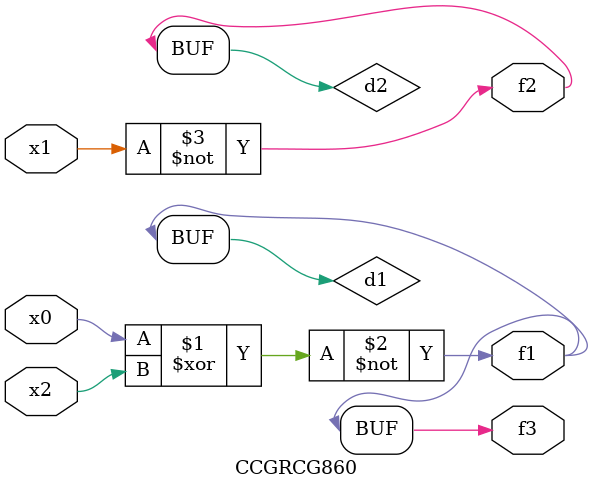
<source format=v>
module CCGRCG860(
	input x0, x1, x2,
	output f1, f2, f3
);

	wire d1, d2, d3;

	xnor (d1, x0, x2);
	nand (d2, x1);
	nor (d3, x1, x2);
	assign f1 = d1;
	assign f2 = d2;
	assign f3 = d1;
endmodule

</source>
